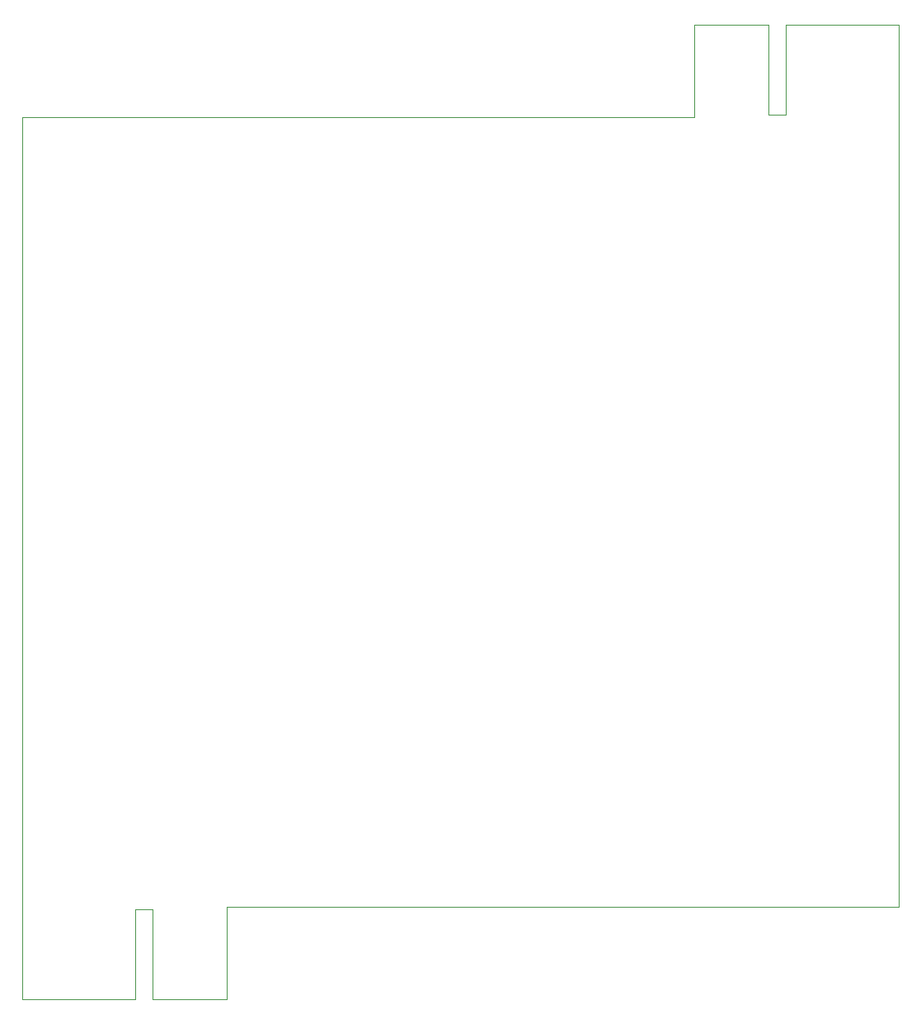
<source format=gm1>
G04 #@! TF.GenerationSoftware,KiCad,Pcbnew,(5.1.4)-1*
G04 #@! TF.CreationDate,2019-11-07T17:31:06+09:00*
G04 #@! TF.ProjectId,Solenoid_Valve-fin,536f6c65-6e6f-4696-945f-56616c76652d,rev?*
G04 #@! TF.SameCoordinates,Original*
G04 #@! TF.FileFunction,Profile,NP*
%FSLAX46Y46*%
G04 Gerber Fmt 4.6, Leading zero omitted, Abs format (unit mm)*
G04 Created by KiCad (PCBNEW (5.1.4)-1) date 2019-11-07 17:31:06*
%MOMM*%
%LPD*%
G04 APERTURE LIST*
%ADD10C,0.050000*%
G04 APERTURE END LIST*
D10*
X198400000Y-39200000D02*
X196600000Y-39200000D01*
X196600000Y-30000000D02*
X189000000Y-30000000D01*
X210000000Y-30000000D02*
X210000000Y-120500000D01*
X189000000Y-30000000D02*
X189000000Y-39500000D01*
X120000000Y-39500000D02*
X189000000Y-39500000D01*
X196600000Y-39200000D02*
X196600000Y-30000000D01*
X210000000Y-30000000D02*
X198400000Y-30000000D01*
X198400000Y-30000000D02*
X198400000Y-39200000D01*
X131600000Y-120800000D02*
X133400000Y-120800000D01*
X141000000Y-130000000D02*
X141000000Y-120500000D01*
X133400000Y-130000000D02*
X141000000Y-130000000D01*
X120000000Y-130000000D02*
X120000000Y-39500000D01*
X210000000Y-120500000D02*
X141000000Y-120500000D01*
X133400000Y-120800000D02*
X133400000Y-130000000D01*
X131600000Y-130000000D02*
X131600000Y-120800000D01*
X120000000Y-130000000D02*
X131600000Y-130000000D01*
M02*

</source>
